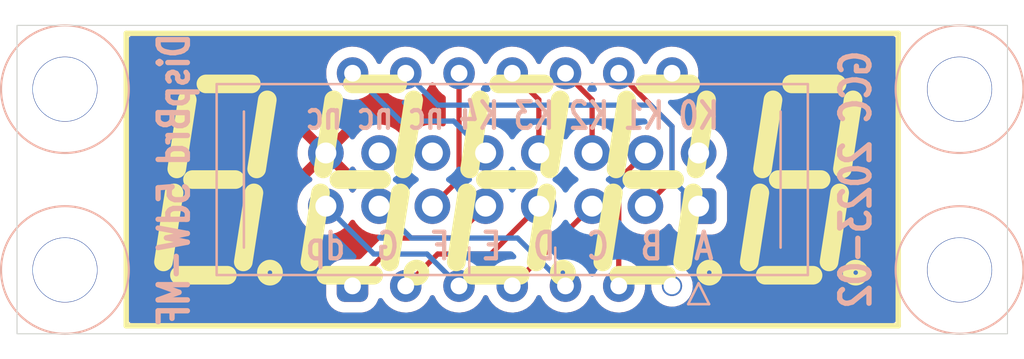
<source format=kicad_pcb>
(kicad_pcb (version 20211014) (generator pcbnew)
  (layers (0 "F.Cu" signal) (31 "B.Cu" signal) (36 "B.SilkS" user "B.Silkscreen") (37 "F.SilkS" user "F.Silkscreen") (38 "B.Mask" user) (39 "F.Mask" user) (44 "Edge.Cuts" user))
  (net 0 "")
  (net 1 "/K_SegA")
  (net 2 "/K_SegB")
  (net 3 "/K_SegC")
  (net 4 "/K_SegDP")
  (net 5 "/A0")
  (net 6 "/K_SegD")
  (net 7 "/K_SegE")
  (net 8 "/K_SegG")
  (net 9 "/K_SegF")
  (net 10 "/A1")
  (net 11 "/A2")
  (net 12 "/A3")
  (net 13 "/A4")
  (net 16 "unconnected-(P6-Pad16)")
  (footprint "GCC_Display:Disp7s5x_036" (layer "F.Cu") (at 59.182 40.386)
    (fp_text reference "S4" hide)
    (fp_text value "LEDDSP5_CA" hide)
    (fp_line (start 12.065 4.56946) (end 14.34846 4.56946) (layer "F.SilkS") (width 0.889))
    (fp_line (start -5.33654 0.635) (end -5.84454 3.93446) (layer "F.SilkS") (width 0.889))
    (fp_line (start 0.762 0) (end -1.2827 0) (layer "F.SilkS") (width 0.889))
    (fp_line (start 5.45338 -3.80746) (end 4.953 -0.508) (layer "F.SilkS") (width 0.889))
    (fp_line (start 13.32738 -4.56946) (end 15.494 -4.56946) (layer "F.SilkS") (width 0.889))
    (fp_line (start -8.89 4.56946) (end -6.60654 4.56946) (layer "F.SilkS") (width 0.889))
    (fp_line (start -6.223 0) (end -8.2677 0) (layer "F.SilkS") (width 0.889))
    (fp_line (start -0.64262 -4.56946) (end 1.524 -4.56946) (layer "F.SilkS") (width 0.889))
    (fp_line (start 2.286 -3.80746) (end 1.778 -0.508) (layer "F.SilkS") (width 0.889))
    (fp_line (start -7.62762 -4.56946) (end -5.461 -4.56946) (layer "F.SilkS") (width 0.889))
    (fp_line (start -16.129 0.635) (end -16.637 3.93446) (layer "F.SilkS") (width 0.889))
    (fp_line (start 14.732 0) (end 12.6873 0) (layer "F.SilkS") (width 0.889))
    (fp_line (start -11.684 -3.80746) (end -12.192 -0.508) (layer "F.SilkS") (width 0.889))
    (fp_line (start 1.64846 0.635) (end 1.14046 3.93446) (layer "F.SilkS") (width 0.889))
    (fp_line (start 18.41246 -6.985) (end -18.41246 -6.985) (layer "F.SilkS") (width 0.254))
    (fp_line (start -4.699 -3.80746) (end -5.207 -0.508) (layer "F.SilkS") (width 0.889))
    (fp_line (start 11.811 0.635) (end 11.303 3.93446) (layer "F.SilkS") (width 0.889))
    (fp_line (start 7.747 0) (end 5.7023 0) (layer "F.SilkS") (width 0.889))
    (fp_line (start -8.51662 -3.80746) (end -9.017 -0.508) (layer "F.SilkS") (width 0.889))
    (fp_line (start 5.08 4.56946) (end 7.36346 4.56946) (layer "F.SilkS") (width 0.889))
    (fp_line (start 16.256 -3.80746) (end 15.748 -0.508) (layer "F.SilkS") (width 0.889))
    (fp_line (start -12.32154 0.635) (end -12.82954 3.93446) (layer "F.SilkS") (width 0.889))
    (fp_line (start 8.63346 0.635) (end 8.12546 3.93446) (layer "F.SilkS") (width 0.889))
    (fp_line (start -15.875 4.56946) (end -13.59154 4.56946) (layer "F.SilkS") (width 0.889))
    (fp_line (start 6.34238 -4.56946) (end 8.509 -4.56946) (layer "F.SilkS") (width 0.889))
    (fp_line (start -1.53162 -3.80746) (end -2.032 -0.508) (layer "F.SilkS") (width 0.889))
    (fp_line (start 15.61846 0.635) (end 15.11046 3.93446) (layer "F.SilkS") (width 0.889))
    (fp_line (start 9.271 -3.80746) (end 8.763 -0.508) (layer "F.SilkS") (width 0.889))
    (fp_line (start -15.50162 -3.80746) (end -16.002 -0.508) (layer "F.SilkS") (width 0.889))
    (fp_line (start -14.61262 -4.56946) (end -12.446 -4.56946) (layer "F.SilkS") (width 0.889))
    (fp_line (start -13.208 0) (end -15.2527 0) (layer "F.SilkS") (width 0.889))
    (fp_line (start -9.144 0.635) (end -9.652 3.93446) (layer "F.SilkS") (width 0.889))
    (fp_line (start -2.159 0.635) (end -2.667 3.93446) (layer "F.SilkS") (width 0.889))
    (fp_line (start -1.905 4.56946) (end 0.37846 4.56946) (layer "F.SilkS") (width 0.889))
    (fp_line (start 12.43838 -3.80746) (end 11.938 -0.508) (layer "F.SilkS") (width 0.889))
    (fp_line (start 18.41246 6.985) (end 18.41246 -6.985) (layer "F.SilkS") (width 0.254))
    (fp_line (start -18.41246 6.985) (end -18.41246 -6.985) (layer "F.SilkS") (width 0.254))
    (fp_line (start 4.826 0.635) (end 4.318 3.93446) (layer "F.SilkS") (width 0.889))
    (fp_line (start -18.41246 6.985) (end 18.41246 6.985) (layer "F.SilkS") (width 0.254))
    (fp_circle (center 9.398 4.445) (end 9.652 4.18846) (layer "F.SilkS") (width 0.508) (fill none))
    (fp_circle (center -11.557 4.445) (end -11.303 4.18846) (layer "F.SilkS") (width 0.508) (fill none))
    (fp_circle (center 16.383 4.445) (end 16.637 4.18846) (layer "F.SilkS") (width 0.508) (fill none))
    (fp_circle (center 2.413 4.445) (end 2.667 4.18846) (layer "F.SilkS") (width 0.508) (fill none))
    (fp_circle (center -4.572 4.445) (end -4.318 4.18846) (layer "F.SilkS") (width 0.508) (fill none))
    (pad "1" thru_hole roundrect locked (at -7.62 5.08 90) (size 1.524 1.50114) (drill 0.8001) (layers *.Cu *.Mask) (net 7 "/K_SegE"))
    (pad "2" thru_hole oval locked (at -5.08 5.08 90) (size 1.524 1.4986) (drill 0.8001) (layers *.Cu *.Mask) (net 6 "/K_SegD"))
    (pad "3" thru_hole oval locked (at -2.54 5.08 90) (size 1.524 1.4986) (drill 0.8001) (layers *.Cu *.Mask) (net 4 "/K_SegDP"))
    (pad "4" thru_hole oval locked (at 0 5.08 90) (size 1.524 1.4986) (drill 0.8001) (layers *.Cu *.Mask) (net 3 "/K_SegC"))
    (pad "5" thru_hole oval locked (at 2.54 5.08 90) (size 1.524 1.4986) (drill 0.8001) (layers *.Cu *.Mask) (net 8 "/K_SegG"))
    (pad "6" thru_hole oval locked (at 5.08 5.08 90) (size 1.524 1.4986) (drill 0.8001) (layers *.Cu *.Mask) (net 10 "/A1"))
    (pad "7" thru_hole oval locked (at 7.62 5.08 90) (size 0.9652 0.9652) (drill 0.8001) (layers *.Cu *.Mask))
    (pad "8" thru_hole oval locked (at 7.62 -5.08 90) (size 1.524 1.4986) (drill 0.8001) (layers *.Cu *.Mask) (net 5 "/A0"))
    (pad "9" thru_hole oval locked (at 5.08 -5.08 90) (size 1.524 1.4986) (drill 0.8001) (layers *.Cu *.Mask) (net 2 "/K_SegB"))
    (pad "10" thru_hole oval locked (at 2.54 -5.08 90) (size 1.524 1.4986) (drill 0.8001) (layers *.Cu *.Mask) (net 11 "/A2"))
    (pad "11" thru_hole oval locked (at 0 -5.08 90) (size 1.524 1.4986) (drill 0.8001) (layers *.Cu *.Mask) (net 12 "/A3"))
    (pad "12" thru_hole oval locked (at -2.53746 -5.08 90) (size 1.524 1.4986) (drill 0.8001) (layers *.Cu *.Mask) (net 9 "/K_SegF"))
    (pad "13" thru_hole oval locked (at -5.08 -5.08 90) (size 1.524 1.4986) (drill 0.8001) (layers *.Cu *.Mask) (net 1 "/K_SegA"))
    (pad "14" thru_hole oval locked (at -7.61746 -5.08 90) (size 1.524 1.4986) (drill 0.8001) (layers *.Cu *.Mask) (net 13 "/A4"))
  )
  (footprint "GCC_holes:Hole3mm" (layer "B.Cu") (at 80.518 36.068)
    (fp_text reference "H8" hide)
    (fp_text value "MountingHole" hide)
    (fp_circle (center 0 0) (end 0 3.048) (layer "B.SilkS") (width 0.1) (fill none))
    (pad "" np_thru_hole circle locked (at 0 0) (size 3.1 3.1) (drill 3.05) (layers F&B.Cu *.Mask))
  )
  (footprint "GCC_holes:Hole3mm" (layer "B.Cu") (at 80.518 44.704)
    (fp_text reference "H7" hide)
    (fp_text value "MountingHole" hide)
    (fp_circle (center 0 0) (end 0 3.048) (layer "B.SilkS") (width 0.1) (fill none))
    (pad "" np_thru_hole circle locked (at 0 0) (size 3.1 3.1) (drill 3.05) (layers F&B.Cu *.Mask))
  )
  (footprint "GCC_holes:Hole3mm" (layer "B.Cu") (at 37.846 44.704)
    (fp_text reference "H6" hide)
    (fp_text value "MountingHole" hide)
    (fp_circle (center 0 0) (end 0 3.048) (layer "B.SilkS") (width 0.1) (fill none))
    (pad "" np_thru_hole circle locked (at 0 0) (size 3.1 3.1) (drill 3.05) (layers F&B.Cu *.Mask))
  )
  (footprint "GCC_holes:Hole3mm" (layer "B.Cu") (at 37.846 36.068)
    (fp_text reference "H5" hide)
    (fp_text value "MountingHole" hide)
    (fp_circle (center 0 0) (end 0 3.048) (layer "B.SilkS") (width 0.1) (fill none))
    (pad "" np_thru_hole circle locked (at 0 0) (size 3.1 3.1) (drill 3.05) (layers F&B.Cu *.Mask))
  )
  (footprint "Connector_IDC:IDC-Header_2x08_P2.54mm_Vertical" (layer "B.Cu") (at 68.072 41.656 90)
    (fp_text reference "P6" hide)
    (fp_text value "Conn_02x08_Odd_Even")
    (fp_line (start -1.98 -10.94) (end -1.98 -10.94) (layer "B.SilkS") (width 0.12))
    (fp_line (start -1.98 3.91) (end 4.52 3.91) (layer "B.SilkS") (width 0.12))
    (fp_line (start -1.98 -10.94) (end -3.29 -10.94) (layer "B.SilkS") (width 0.12))
    (fp_line (start -3.29 -6.84) (end -1.98 -6.84) (layer "B.SilkS") (width 0.12))
    (fp_line (start -3.29 -22.99) (end -3.29 5.21) (layer "B.SilkS") (width 0.12))
    (fp_line (start -4.68 -0.5) (end -3.68 0) (layer "B.SilkS") (width 0.12))
    (fp_line (start -3.68 0) (end -4.68 0.5) (layer "B.SilkS") (width 0.12))
    (fp_line (start 5.83 5.21) (end 5.83 -22.99) (layer "B.SilkS") (width 0.12))
    (fp_line (start -4.68 0.5) (end -4.68 -0.5) (layer "B.SilkS") (width 0.12))
    (fp_line (start -3.29 5.21) (end 5.83 5.21) (layer "B.SilkS") (width 0.12))
    (fp_line (start 5.83 -22.99) (end -3.29 -22.99) (layer "B.SilkS") (width 0.12))
    (fp_line (start 4.52 -21.69) (end -1.98 -21.69) (layer "B.SilkS") (width 0.12))
    (pad "1" thru_hole roundrect (at 0 0 90) (size 1.7 1.7) (drill 1) (layers F&B.Cu *.Mask) (roundrect_rratio 0.147059) (net 1 "/K_SegA"))
    (pad "2" thru_hole circle (at 2.54 0 90) (size 1.7 1.7) (drill 1) (layers F&B.Cu *.Mask) (net 5 "/A0"))
    (pad "3" thru_hole circle (at 0 -2.54 90) (size 1.7 1.7) (drill 1) (layers F&B.Cu *.Mask) (net 2 "/K_SegB"))
    (pad "4" thru_hole circle (at 2.54 -2.54 90) (size 1.7 1.7) (drill 1) (layers F&B.Cu *.Mask) (net 10 "/A1"))
    (pad "5" thru_hole circle (at 0 -5.08 90) (size 1.7 1.7) (drill 1) (layers F&B.Cu *.Mask) (net 3 "/K_SegC"))
    (pad "6" thru_hole circle (at 2.54 -5.08 90) (size 1.7 1.7) (drill 1) (layers F&B.Cu *.Mask) (net 11 "/A2"))
    (pad "7" thru_hole circle (at 0 -7.62 90) (size 1.7 1.7) (drill 1) (layers F&B.Cu *.Mask) (net 6 "/K_SegD"))
    (pad "8" thru_hole circle (at 2.54 -7.62 90) (size 1.7 1.7) (drill 1) (layers F&B.Cu *.Mask) (net 12 "/A3"))
    (pad "9" thru_hole circle (at 0 -10.16 90) (size 1.7 1.7) (drill 1) (layers F&B.Cu *.Mask) (net 7 "/K_SegE"))
    (pad "10" thru_hole circle (at 2.54 -10.16 90) (size 1.7 1.7) (drill 1) (layers F&B.Cu *.Mask) (net 13 "/A4"))
    (pad "11" thru_hole circle (at 0 -12.7 90) (size 1.7 1.7) (drill 1) (layers F&B.Cu *.Mask) (net 9 "/K_SegF"))
    (pad "12" thru_hole circle (at 2.54 -12.7 90) (size 1.7 1.7) (drill 1) (layers F&B.Cu *.Mask))
    (pad "13" thru_hole circle (at 0 -15.24 90) (size 1.7 1.7) (drill 1) (layers F&B.Cu *.Mask) (net 8 "/K_SegG"))
    (pad "14" thru_hole circle (at 2.54 -15.24 90) (size 1.7 1.7) (drill 1) (layers F&B.Cu *.Mask))
    (pad "15" thru_hole circle (at 0 -17.78 90) (size 1.7 1.7) (drill 1) (layers F&B.Cu *.Mask) (net 4 "/K_SegDP"))
    (pad "16" thru_hole circle (at 2.54 -17.78 90) (size 1.7 1.7) (drill 1) (layers F&B.Cu *.Mask) (net 16 "unconnected-(P6-Pad16)"))
  )
  (gr_rect (start 35.56 33.02) (end 82.804 47.752) (layer "Edge.Cuts") (width 0.05) (fill none))
  (gr_text "A  B  C  D  E  F  G  dp" (at 59.055 43.5705) (layer "B.SilkS") (effects (font (size 1.27 1.016) (thickness 0.2032)) (justify mirror)))
  (gr_text "DispBrd 5dW-MF" (at 43.053 40.386 90) (layer "B.SilkS") (effects (font (size 1.397 1.0922) (thickness 0.254)) (justify mirror)))
  (gr_text "K0 K1 K2 K3 K4 nc nc nc" (at 59.182 37.338) (layer "B.SilkS") (effects (font (size 1.27 0.9652) (thickness 0.2032)) (justify mirror)))
  (gr_text "GCC 2023-02" (at 75.565 40.386 90) (layer "B.SilkS") (effects (font (size 1.397 1.143) (thickness 0.254)) (justify mirror)))
  (segment (start 66.802 40.386) (end 68.072 41.656) (width 0.25) (layer "B.Cu") (net 1))
  (segment (start 54.102 35.306) (end 55.626 36.83) (width 0.25) (layer "B.Cu") (net 1))
  (segment (start 66.802 37.846) (end 66.802 40.386) (width 0.25) (layer "B.Cu") (net 1))
  (segment (start 65.786 36.83) (end 66.802 37.846) (width 0.25) (layer "B.Cu") (net 1))
  (segment (start 55.626 36.83) (end 65.786 36.83) (width 0.25) (layer "B.Cu") (net 1))
  (segment (start 66.802 37.846) (end 66.802 40.386) (width 0.25) (layer "F.Cu") (net 2))
  (segment (start 64.262 35.306) (end 66.802 37.846) (width 0.25) (layer "F.Cu") (net 2))
  (segment (start 66.802 40.386) (end 65.532 41.656) (width 0.25) (layer "F.Cu") (net 2))
  (segment (start 59.182 45.466) (end 62.992 41.656) (width 0.25) (layer "F.Cu") (net 3))
  (segment (start 50.292 41.656) (end 52.578 43.942) (width 0.25) (layer "B.Cu") (net 4))
  (segment (start 52.578 43.942) (end 55.118 43.942) (width 0.25) (layer "B.Cu") (net 4))
  (segment (start 55.118 43.942) (end 56.642 45.466) (width 0.25) (layer "B.Cu") (net 4))
  (segment (start 66.802 35.306) (end 68.072 36.576) (width 0.25) (layer "F.Cu") (net 5))
  (segment (start 68.072 36.576) (end 68.072 39.116) (width 0.25) (layer "F.Cu") (net 5))
  (segment (start 54.102 45.466) (end 55.626 43.942) (width 0.25) (layer "F.Cu") (net 6))
  (segment (start 58.166 43.942) (end 60.452 41.656) (width 0.25) (layer "F.Cu") (net 6))
  (segment (start 55.626 43.942) (end 58.166 43.942) (width 0.25) (layer "F.Cu") (net 6))
  (segment (start 56.388 43.18) (end 57.912 41.656) (width 0.25) (layer "F.Cu") (net 7))
  (segment (start 51.562 45.466) (end 53.848 43.18) (width 0.25) (layer "F.Cu") (net 7))
  (segment (start 53.848 43.18) (end 56.388 43.18) (width 0.25) (layer "F.Cu") (net 7))
  (segment (start 54.356 43.18) (end 59.436 43.18) (width 0.25) (layer "B.Cu") (net 8))
  (segment (start 52.832 41.656) (end 54.356 43.18) (width 0.25) (layer "B.Cu") (net 8))
  (segment (start 59.436 43.18) (end 61.722 45.466) (width 0.25) (layer "B.Cu") (net 8))
  (segment (start 56.64454 35.306) (end 56.64454 40.38346) (width 0.25) (layer "F.Cu") (net 9))
  (segment (start 56.64454 40.38346) (end 55.372 41.656) (width 0.25) (layer "F.Cu") (net 9))
  (segment (start 64.262 40.386) (end 65.532 39.116) (width 0.25) (layer "F.Cu") (net 10))
  (segment (start 64.262 45.466) (end 64.262 40.386) (width 0.25) (layer "F.Cu") (net 10))
  (segment (start 62.992 36.576) (end 62.992 39.116) (width 0.25) (layer "F.Cu") (net 11))
  (segment (start 61.722 35.306) (end 62.992 36.576) (width 0.25) (layer "F.Cu") (net 11))
  (segment (start 59.182 35.306) (end 60.452 36.576) (width 0.25) (layer "F.Cu") (net 12))
  (segment (start 60.452 36.576) (end 60.452 39.116) (width 0.25) (layer "F.Cu") (net 12))
  (segment (start 53.85054 37.592) (end 56.388 37.592) (width 0.25) (layer "B.Cu") (net 13))
  (segment (start 56.388 37.592) (end 57.912 39.116) (width 0.25) (layer "B.Cu") (net 13))
  (segment (start 51.56454 35.306) (end 53.85054 37.592) (width 0.25) (layer "B.Cu") (net 13))
  (zone (net 16) (net_name "unconnected-(P6-Pad16)") (layer "F.Cu") (connect_pads (clearance 0.508)) (min_thickness 0.254) (fill yes (thermal_gap 0.508) (thermal_bridge_width 0.508))
    (polygon (pts (xy 40.894 33.02) (xy 77.47 33.02) (xy 77.47 47.752) (xy 40.894 47.752)))
  )
  (zone (net 0) (net_name "") (layer "B.Cu") (connect_pads (clearance 0.508)) (min_thickness 0.254) (fill yes (thermal_gap 0.508) (thermal_bridge_width 0.508))
    (polygon (pts (xy 40.894 33.02) (xy 77.47 33.02) (xy 77.47 47.752) (xy 40.894 47.752)))
  )
)
</source>
